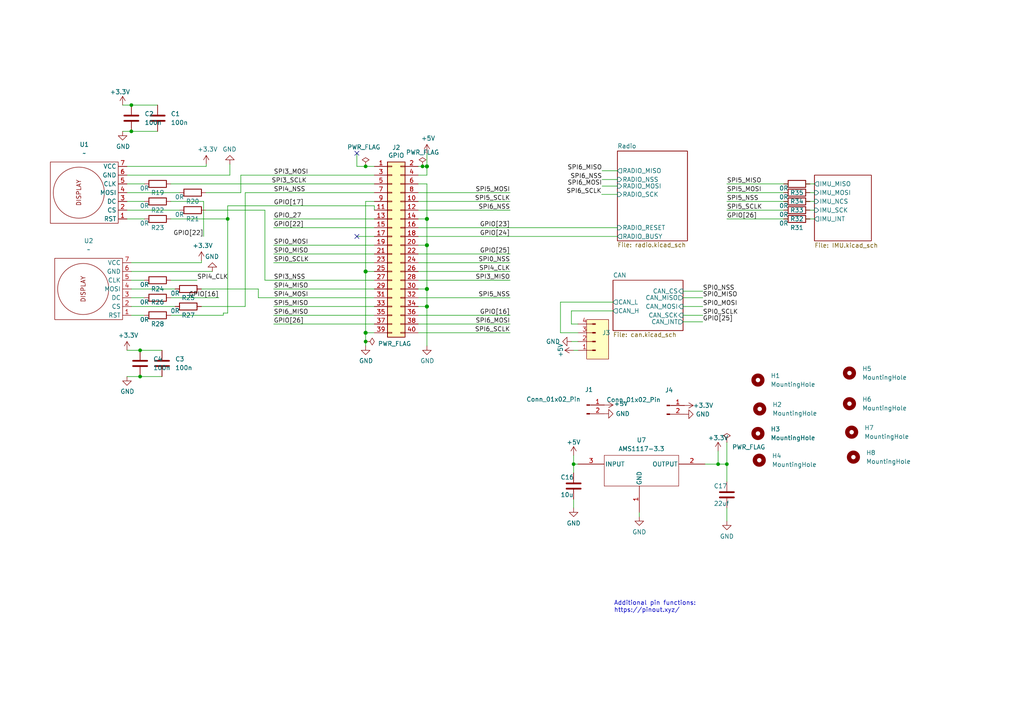
<source format=kicad_sch>
(kicad_sch (version 20250114) (generator "eeschema") (generator_version "9.0")
  (paper "A4")
  (title_block (title "Faceplate") (date "2024-02-04") (rev "V1.0") (company "The Bots"))
  (lib_symbols
    (symbol "Connector:Conn_01x02_Pin" (pin_names (offset 1.016) (hide yes))
      (property "Reference" "J" (at 0 2.54 0))
      (property "Value" "Conn_01x02_Pin" (at 0 -5.08 0))
      (symbol "Conn_01x02_Pin_1_1"
        (rectangle (start 0.8636 0.127) (end 0 -0.127) (stroke (width 0.1524)) (fill (type outline)))
        (rectangle (start 0.8636 -2.413) (end 0 -2.667) (stroke (width 0.1524)) (fill (type outline)))
        (polyline (pts (xy 1.27 0) (xy 0.8636 0)) (stroke (width 0.1524)))
        (polyline (pts (xy 1.27 -2.54) (xy 0.8636 -2.54)) (stroke (width 0.1524)))
        (pin passive line (at 5.08 0 180) (length 3.81) (name "Pin_1") (number "1"))
        (pin passive line (at 5.08 -2.54 180) (length 3.81) (name "Pin_2") (number "2"))
      )
    )
    (symbol "Device:C" (pin_numbers (hide yes)) (pin_names (offset 0.254))
      (property "Reference" "C" (at 0.635 2.54 0))
      (property "Value" "C" (at 0.635 -2.54 0))
      (symbol "C_0_1"
        (polyline (pts (xy -2.032 0.762) (xy 2.032 0.762)) (stroke (width 0.508)))
        (polyline (pts (xy -2.032 -0.762) (xy 2.032 -0.762)) (stroke (width 0.508)))
      )
      (symbol "C_1_1"
        (pin passive line (at 0 3.81 270) (length 2.794) (name "~") (number "1"))
        (pin passive line (at 0 -3.81 90) (length 2.794) (name "~") (number "2"))
      )
    )
    (symbol "Mechanical:MountingHole" (pin_names (offset 1.016))
      (property "Reference" "H" (at 0 5.08 0))
      (property "Value" "MountingHole" (at 0 3.175 0))
      (symbol "MountingHole_0_1"
        (circle (center 0 0) (radius 1.27) (stroke (width 1.27)))
      )
    )
    (symbol "bots:240_240_Round_Display"
      (property "Reference" "U" (at 0 0 0))
      (property "Value" "GC9A" (at 0 0 0))
      (symbol "240_240_Round_Display_0_1"
        (rectangle (start -8.89 -3.175) (end 8.89 -22.86))
        (circle (center 0 -11.43) (radius 7.4053))
      )
      (symbol "240_240_Round_Display_1_1"
        (text "DISPLAY\n" (at 0 -11.43 0) (effects (font (size 1.27 1.27))))
        (pin input line (at -7.62 -25.4 90) (length 2.54) (name "RST") (number "1"))
        (pin input line (at -5.08 -25.4 90) (length 2.54) (name "CS") (number "2"))
        (pin input line (at -2.54 -25.4 90) (length 2.54) (name "DC") (number "3"))
        (pin input line (at 0 -25.4 90) (length 2.54) (name "MOSI") (number "4"))
        (pin input line (at 2.54 -25.4 90) (length 2.54) (name "CLK") (number "5"))
        (pin power_in line (at 5.08 -25.4 90) (length 2.54) (name "GND") (number "6"))
        (pin power_in line (at 7.62 -25.4 90) (length 2.54) (name "VCC") (number "7"))
      )
    )
    (symbol "bots:AMS1117-3.3" (pin_names (offset 0.254))
      (property "Reference" "U" (at 0 7.62 0))
      (property "Value" "AMS1117-3.3" (at 0 5.08 0))
      (symbol "AMS1117-3.3_0_1"
        (polyline (pts (xy -10.16 2.54) (xy -10.16 -6.35)) (stroke (width 0.127)))
        (polyline (pts (xy -10.16 -6.35) (xy 11.43 -6.35)) (stroke (width 0.127)))
        (polyline (pts (xy 11.43 2.54) (xy -10.16 2.54)) (stroke (width 0.127)))
        (polyline (pts (xy 11.43 -6.35) (xy 11.43 2.54)) (stroke (width 0.127)))
        (pin input line (at -17.78 0 0) (length 7.62) (name "INPUT") (number "3"))
        (pin output line (at 19.05 0 180) (length 7.62) (name "OUTPUT") (number "2"))
      )
      (symbol "AMS1117-3.3_1_1"
        (pin bidirectional line (at 0 -13.97 90) (length 7.62) (name "GND") (number "1"))
      )
    )
    (symbol "bots:C_0.1u" (pin_numbers (hide yes)) (pin_names (offset 0.254))
      (property "Reference" "C" (at 0.635 2.54 0))
      (property "Value" "0.1u" (at 0.635 -2.54 0))
      (symbol "C_0.1u_0_1"
        (polyline (pts (xy -2.032 0.762) (xy 2.032 0.762)) (stroke (width 0.508)))
        (polyline (pts (xy -2.032 -0.762) (xy 2.032 -0.762)) (stroke (width 0.508)))
      )
      (symbol "C_0.1u_1_1"
        (pin passive line (at 0 3.81 270) (length 2.794) (name "~") (number "1"))
        (pin passive line (at 0 -3.81 90) (length 2.794) (name "~") (number "2"))
      )
    )
    (symbol "bots:C_10u" (pin_numbers (hide yes)) (pin_names (offset 0.254))
      (property "Reference" "C" (at 0.635 2.54 0))
      (property "Value" "10u" (at 0.635 -2.54 0))
      (symbol "C_10u_0_1"
        (polyline (pts (xy -2.032 0.762) (xy 2.032 0.762)) (stroke (width 0.508)))
        (polyline (pts (xy -2.032 -0.762) (xy 2.032 -0.762)) (stroke (width 0.508)))
      )
      (symbol "C_10u_1_1"
        (pin passive line (at 0 3.81 270) (length 2.794) (name "~") (number "1"))
        (pin passive line (at 0 -3.81 90) (length 2.794) (name "~") (number "2"))
      )
    )
    (symbol "bots:Conn_02x20_Odd_Even" (pin_names (offset 1.016) (hide yes))
      (property "Reference" "J" (at 1.27 25.4 0))
      (property "Value" "Conn_02x20_Odd_Even" (at 1.27 -27.94 0))
      (symbol "Conn_02x20_Odd_Even_1_1"
        (rectangle (start -1.27 24.13) (end 3.81 -26.67) (stroke (width 0.254)) (fill (type background)))
        (rectangle (start -1.27 22.987) (end 0 22.733) (stroke (width 0.1524)))
        (rectangle (start -1.27 20.447) (end 0 20.193) (stroke (width 0.1524)))
        (rectangle (start -1.27 17.907) (end 0 17.653) (stroke (width 0.1524)))
        (rectangle (start -1.27 15.367) (end 0 15.113) (stroke (width 0.1524)))
        (rectangle (start -1.27 12.827) (end 0 12.573) (stroke (width 0.1524)))
        (rectangle (start -1.27 10.287) (end 0 10.033) (stroke (width 0.1524)))
        (rectangle (start -1.27 7.747) (end 0 7.493) (stroke (width 0.1524)))
        (rectangle (start -1.27 5.207) (end 0 4.953) (stroke (width 0.1524)))
        (rectangle (start -1.27 2.667) (end 0 2.413) (stroke (width 0.1524)))
        (rectangle (start -1.27 0.127) (end 0 -0.127) (stroke (width 0.1524)))
        (rectangle (start -1.27 -2.413) (end 0 -2.667) (stroke (width 0.1524)))
        (rectangle (start -1.27 -4.953) (end 0 -5.207) (stroke (width 0.1524)))
        (rectangle (start -1.27 -7.493) (end 0 -7.747) (stroke (width 0.1524)))
        (rectangle (start -1.27 -10.033) (end 0 -10.287) (stroke (width 0.1524)))
        (rectangle (start -1.27 -12.573) (end 0 -12.827) (stroke (width 0.1524)))
        (rectangle (start -1.27 -15.113) (end 0 -15.367) (stroke (width 0.1524)))
        (rectangle (start -1.27 -17.653) (end 0 -17.907) (stroke (width 0.1524)))
        (rectangle (start -1.27 -20.193) (end 0 -20.447) (stroke (width 0.1524)))
        (rectangle (start -1.27 -22.733) (end 0 -22.987) (stroke (width 0.1524)))
        (rectangle (start -1.27 -25.273) (end 0 -25.527) (stroke (width 0.1524)))
        (rectangle (start 3.81 22.987) (end 2.54 22.733) (stroke (width 0.1524)))
        (rectangle (start 3.81 20.447) (end 2.54 20.193) (stroke (width 0.1524)))
        (rectangle (start 3.81 17.907) (end 2.54 17.653) (stroke (width 0.1524)))
        (rectangle (start 3.81 15.367) (end 2.54 15.113) (stroke (width 0.1524)))
        (rectangle (start 3.81 12.827) (end 2.54 12.573) (stroke (width 0.1524)))
        (rectangle (start 3.81 10.287) (end 2.54 10.033) (stroke (width 0.1524)))
        (rectangle (start 3.81 7.747) (end 2.54 7.493) (stroke (width 0.1524)))
        (rectangle (start 3.81 5.207) (end 2.54 4.953) (stroke (width 0.1524)))
        (rectangle (start 3.81 2.667) (end 2.54 2.413) (stroke (width 0.1524)))
        (rectangle (start 3.81 0.127) (end 2.54 -0.127) (stroke (width 0.1524)))
        (rectangle (start 3.81 -2.413) (end 2.54 -2.667) (stroke (width 0.1524)))
        (rectangle (start 3.81 -4.953) (end 2.54 -5.207) (stroke (width 0.1524)))
        (rectangle (start 3.81 -7.493) (end 2.54 -7.747) (stroke (width 0.1524)))
        (rectangle (start 3.81 -10.033) (end 2.54 -10.287) (stroke (width 0.1524)))
        (rectangle (start 3.81 -12.573) (end 2.54 -12.827) (stroke (width 0.1524)))
        (rectangle (start 3.81 -15.113) (end 2.54 -15.367) (stroke (width 0.1524)))
        (rectangle (start 3.81 -17.653) (end 2.54 -17.907) (stroke (width 0.1524)))
        (rectangle (start 3.81 -20.193) (end 2.54 -20.447) (stroke (width 0.1524)))
        (rectangle (start 3.81 -22.733) (end 2.54 -22.987) (stroke (width 0.1524)))
        (rectangle (start 3.81 -25.273) (end 2.54 -25.527) (stroke (width 0.1524)))
        (pin passive line (at -5.08 22.86 0) (length 3.81) (name "Pin_1") (number "1"))
        (pin passive line (at -5.08 20.32 0) (length 3.81) (name "Pin_3") (number "3"))
        (pin passive line (at -5.08 17.78 0) (length 3.81) (name "Pin_5") (number "5"))
        (pin passive line (at -5.08 15.24 0) (length 3.81) (name "Pin_7") (number "7"))
        (pin passive line (at -5.08 12.7 0) (length 3.81) (name "Pin_9") (number "9"))
        (pin passive line (at -5.08 10.16 0) (length 3.81) (name "Pin_11") (number "11"))
        (pin passive line (at -5.08 7.62 0) (length 3.81) (name "Pin_13") (number "13"))
        (pin passive line (at -5.08 5.08 0) (length 3.81) (name "Pin_15") (number "15"))
        (pin passive line (at -5.08 2.54 0) (length 3.81) (name "Pin_17") (number "17"))
        (pin passive line (at -5.08 0 0) (length 3.81) (name "Pin_19") (number "19"))
        (pin passive line (at -5.08 -2.54 0) (length 3.81) (name "Pin_21") (number "21"))
        (pin passive line (at -5.08 -5.08 0) (length 3.81) (name "Pin_23") (number "23"))
        (pin passive line (at -5.08 -7.62 0) (length 3.81) (name "Pin_25") (number "25"))
        (pin passive line (at -5.08 -10.16 0) (length 3.81) (name "Pin_27") (number "27"))
        (pin passive line (at -5.08 -12.7 0) (length 3.81) (name "Pin_29") (number "29"))
        (pin passive line (at -5.08 -15.24 0) (length 3.81) (name "Pin_31") (number "31"))
        (pin passive line (at -5.08 -17.78 0) (length 3.81) (name "Pin_33") (number "33"))
        (pin passive line (at -5.08 -20.32 0) (length 3.81) (name "Pin_35") (number "35"))
        (pin passive line (at -5.08 -22.86 0) (length 3.81) (name "Pin_37") (number "37"))
        (pin passive line (at -5.08 -25.4 0) (length 3.81) (name "Pin_39") (number "39"))
        (pin passive line (at 7.62 22.86 180) (length 3.81) (name "Pin_2") (number "2"))
        (pin passive line (at 7.62 20.32 180) (length 3.81) (name "Pin_4") (number "4"))
        (pin passive line (at 7.62 17.78 180) (length 3.81) (name "Pin_6") (number "6"))
        (pin passive line (at 7.62 15.24 180) (length 3.81) (name "Pin_8") (number "8"))
        (pin passive line (at 7.62 12.7 180) (length 3.81) (name "Pin_10") (number "10"))
        (pin passive line (at 7.62 10.16 180) (length 3.81) (name "Pin_12") (number "12"))
        (pin passive line (at 7.62 7.62 180) (length 3.81) (name "Pin_14") (number "14"))
        (pin passive line (at 7.62 5.08 180) (length 3.81) (name "Pin_16") (number "16"))
        (pin passive line (at 7.62 2.54 180) (length 3.81) (name "Pin_18") (number "18"))
        (pin passive line (at 7.62 0 180) (length 3.81) (name "Pin_20") (number "20"))
        (pin passive line (at 7.62 -2.54 180) (length 3.81) (name "Pin_22") (number "22"))
        (pin passive line (at 7.62 -5.08 180) (length 3.81) (name "Pin_24") (number "24"))
        (pin passive line (at 7.62 -7.62 180) (length 3.81) (name "Pin_26") (number "26"))
        (pin passive line (at 7.62 -10.16 180) (length 3.81) (name "Pin_28") (number "28"))
        (pin passive line (at 7.62 -12.7 180) (length 3.81) (name "Pin_30") (number "30"))
        (pin passive line (at 7.62 -15.24 180) (length 3.81) (name "Pin_32") (number "32"))
        (pin passive line (at 7.62 -17.78 180) (length 3.81) (name "Pin_34") (number "34"))
        (pin passive line (at 7.62 -20.32 180) (length 3.81) (name "Pin_36") (number "36"))
        (pin passive line (at 7.62 -22.86 180) (length 3.81) (name "Pin_38") (number "38"))
        (pin passive line (at 7.62 -25.4 180) (length 3.81) (name "Pin_40") (number "40"))
      )
    )
    (symbol "bots:JST_XH_A_1x4" (pin_names (offset 1.016) (hide yes))
      (property "Reference" "J" (at 0 5.08 0))
      (property "Value" "JST_XH_A_1x4" (at 0 -7.62 0))
      (symbol "JST_XH_A_1x4_1_1"
        (rectangle (start -3.81 5.08) (end 2.54 -6.35) (fill (type background)))
        (rectangle (start 0.8636 2.667) (end 0 2.413) (stroke (width 0.1524)) (fill (type outline)))
        (rectangle (start 0.8636 0.127) (end 0 -0.127) (stroke (width 0.1524)) (fill (type outline)))
        (rectangle (start 0.8636 -2.413) (end 0 -2.667) (stroke (width 0.1524)) (fill (type outline)))
        (rectangle (start 0.8636 -4.953) (end 0 -5.207) (stroke (width 0.1524)) (fill (type outline)))
        (polyline (pts (xy 1.27 2.54) (xy 0.8636 2.54)) (stroke (width 0.1524)))
        (polyline (pts (xy 1.27 0) (xy 0.8636 0)) (stroke (width 0.1524)))
        (polyline (pts (xy 1.27 -2.54) (xy 0.8636 -2.54)) (stroke (width 0.1524)))
        (polyline (pts (xy 1.27 -5.08) (xy 0.8636 -5.08)) (stroke (width 0.1524)))
        (pin passive line (at 5.08 2.54 180) (length 3.81) (name "Pin_1") (number "1"))
        (pin passive line (at 5.08 0 180) (length 3.81) (name "Pin_2") (number "2"))
        (pin passive line (at 5.08 -2.54 180) (length 3.81) (name "Pin_3") (number "3"))
        (pin passive line (at 5.08 -5.08 180) (length 3.81) (name "Pin_4") (number "4"))
      )
    )
    (symbol "bots:R_0R" (pin_numbers (hide yes)) (pin_names (offset 0))
      (property "Reference" "R" (at 2.032 0 90))
      (property "Value" "0R" (at 0 0 90))
      (symbol "R_0R_0_1"
        (rectangle (start -1.016 -2.54) (end 1.016 2.54) (stroke (width 0.254)))
      )
      (symbol "R_0R_1_1"
        (pin passive line (at 0 3.81 270) (length 1.27) (name "~") (number "1"))
        (pin passive line (at 0 -3.81 90) (length 1.27) (name "~") (number "2"))
      )
    )
    (symbol "power:+3.3V" (power) (pin_names (offset 0))
      (property "Value" "+3.3V" (at 0 3.556 0))
      (symbol "+3.3V_0_1"
        (polyline (pts (xy -0.762 1.27) (xy 0 2.54)))
        (polyline (pts (xy 0 2.54) (xy 0.762 1.27)))
        (polyline (pts (xy 0 0) (xy 0 2.54)))
      )
      (symbol "+3.3V_1_1"
        (pin power_in line (at 0 0 90) (length 0) (hide yes) (name "+3.3V") (number "1"))
      )
    )
    (symbol "power:+5V" (power) (pin_names (offset 0))
      (property "Value" "+5V" (at 0 3.556 0))
      (symbol "+5V_0_1"
        (polyline (pts (xy -0.762 1.27) (xy 0 2.54)))
        (polyline (pts (xy 0 2.54) (xy 0.762 1.27)))
        (polyline (pts (xy 0 0) (xy 0 2.54)))
      )
      (symbol "+5V_1_1"
        (pin power_in line (at 0 0 90) (length 0) (hide yes) (name "+5V") (number "1"))
      )
    )
    (symbol "power:GND" (power) (pin_names (offset 0))
      (property "Value" "GND" (at 0 -3.81 0))
      (symbol "GND_0_1"
        (polyline (pts (xy 0 0) (xy 0 -1.27) (xy 1.27 -1.27) (xy 0 -2.54) (xy -1.27 -1.27) (xy 0 -1.27)))
      )
      (symbol "GND_1_1"
        (pin power_in line (at 0 0 270) (length 0) (hide yes) (name "GND") (number "1"))
      )
    )
    (symbol "power:PWR_FLAG" (power) (pin_numbers (hide yes)) (pin_names (offset 0) (hide yes))
      (property "Value" "PWR_FLAG" (at 0 3.81 0))
      (symbol "PWR_FLAG_0_0"
        (pin power_out line (at 0 0 90) (length 0) (name "pwr") (number "1"))
      )
      (symbol "PWR_FLAG_0_1"
        (polyline (pts (xy 0 0) (xy 0 1.27) (xy -1.016 1.905) (xy 0 2.54) (xy 1.016 1.905) (xy 0 1.27)))
      )
    )
  )
  (text "Additional pin functions:\nhttps://pinout.xyz/" (at 178.054 177.8 0) (effects (font (size 1.27 1.27)) (justify left bottom)))
  (junction (at 106.045 48.26))
  (junction (at 123.825 48.26) (diameter 1.016))
  (junction (at 123.825 63.5) (diameter 1.016))
  (junction (at 106.045 99.06))
  (junction (at 40.64 101.6))
  (junction (at 106.045 96.52) (diameter 1.016))
  (junction (at 106.045 78.74) (diameter 1.016))
  (junction (at 210.82 134.62))
  (junction (at 208.28 134.62))
  (junction (at 123.825 88.9) (diameter 1.016))
  (junction (at 122.555 48.26))
  (junction (at 40.64 109.22))
  (junction (at 123.825 83.82) (diameter 1.016))
  (junction (at 123.825 71.12) (diameter 1.016))
  (junction (at 166.37 134.62))
  (junction (at 38.1 38.1))
  (junction (at 38.1 30.48))
  (junction (at 66.04 63.5))
  (no_connect (at 103.505 44.45))
  (no_connect (at 103.505 68.58))
  (wire (pts (xy 106.045 78.74) (xy 106.045 96.52)))
  (wire (pts (xy 121.285 78.74) (xy 147.955 78.74)))
  (wire (pts (xy 36.83 50.8) (xy 66.675 50.8)))
  (wire (pts (xy 166.37 134.62) (xy 167.64 134.62)))
  (wire (pts (xy 210.82 134.62) (xy 210.82 139.7)))
  (wire (pts (xy 123.825 53.34) (xy 123.825 63.5)))
  (wire (pts (xy 123.825 71.12) (xy 121.285 71.12)))
  (wire (pts (xy 36.83 101.6) (xy 40.64 101.6)))
  (wire (pts (xy 59.69 60.96) (xy 76.835 60.96)))
  (wire (pts (xy 66.04 63.5) (xy 66.04 90.805)))
  (wire (pts (xy 123.825 83.82) (xy 123.825 88.9)))
  (wire (pts (xy 49.53 81.28) (xy 57.15 81.28)))
  (wire (pts (xy 210.82 151.13) (xy 210.82 147.32)))
  (wire (pts (xy 79.375 83.82) (xy 108.585 83.82)))
  (wire (pts (xy 36.83 53.34) (xy 41.91 53.34)))
  (wire (pts (xy 166.37 101.6) (xy 167.64 101.6)))
  (wire (pts (xy 203.835 88.9) (xy 198.12 88.9)))
  (wire (pts (xy 123.825 71.12) (xy 123.825 83.82)))
  (wire (pts (xy 121.285 55.88) (xy 147.955 55.88)))
  (wire (pts (xy 66.04 59.69) (xy 108.585 59.69)))
  (wire (pts (xy 106.045 58.42) (xy 106.045 78.74)))
  (wire (pts (xy 165.735 90.17) (xy 165.735 93.98)))
  (wire (pts (xy 76.835 81.28) (xy 108.585 81.28)))
  (wire (pts (xy 162.56 96.52) (xy 167.64 96.52)))
  (wire (pts (xy 203.835 84.455) (xy 198.12 84.455)))
  (wire (pts (xy 203.835 91.44) (xy 198.12 91.44)))
  (wire (pts (xy 106.045 58.42) (xy 108.585 58.42)))
  (wire (pts (xy 35.56 38.1) (xy 38.1 38.1)))
  (wire (pts (xy 121.285 76.2) (xy 147.955 76.2)))
  (wire (pts (xy 233.68 63.5) (xy 236.22 63.5)))
  (wire (pts (xy 49.53 63.5) (xy 66.04 63.5)))
  (wire (pts (xy 38.1 78.74) (xy 61.595 78.74)))
  (wire (pts (xy 58.42 88.9) (xy 71.12 88.9)))
  (wire (pts (xy 198.12 93.345) (xy 203.835 93.345)))
  (wire (pts (xy 204.47 134.62) (xy 208.28 134.62)))
  (wire (pts (xy 210.82 63.5) (xy 228.6 63.5)))
  (wire (pts (xy 106.045 78.74) (xy 108.585 78.74)))
  (wire (pts (xy 106.045 48.26) (xy 108.585 48.26)))
  (wire (pts (xy 174.498 56.388) (xy 179.07 56.388)))
  (wire (pts (xy 121.285 66.04) (xy 179.07 66.04)))
  (wire (pts (xy 166.37 134.62) (xy 166.37 137.16)))
  (wire (pts (xy 40.64 109.22) (xy 46.99 109.22)))
  (wire (pts (xy 66.04 59.69) (xy 66.04 63.5)))
  (wire (pts (xy 71.12 55.88) (xy 71.12 88.9)))
  (wire (pts (xy 121.285 96.52) (xy 147.955 96.52)))
  (wire (pts (xy 106.045 96.52) (xy 106.045 99.06)))
  (wire (pts (xy 79.375 63.5) (xy 108.585 63.5)))
  (wire (pts (xy 174.625 49.53) (xy 179.07 49.53)))
  (wire (pts (xy 103.505 44.45) (xy 103.505 48.26)))
  (wire (pts (xy 36.83 58.42) (xy 41.91 58.42)))
  (wire (pts (xy 40.64 101.6) (xy 46.99 101.6)))
  (wire (pts (xy 35.56 30.48) (xy 38.1 30.48)))
  (wire (pts (xy 123.825 88.9) (xy 121.285 88.9)))
  (wire (pts (xy 210.82 58.42) (xy 228.6 58.42)))
  (wire (pts (xy 74.93 86.36) (xy 74.93 83.82)))
  (wire (pts (xy 233.68 55.88) (xy 236.22 55.88)))
  (wire (pts (xy 79.375 76.2) (xy 108.585 76.2)))
  (wire (pts (xy 233.68 58.42) (xy 236.22 58.42)))
  (wire (pts (xy 103.505 68.58) (xy 108.585 68.58)))
  (wire (pts (xy 59.69 55.88) (xy 69.85 55.88)))
  (wire (pts (xy 71.12 55.88) (xy 108.585 55.88)))
  (wire (pts (xy 123.825 48.26) (xy 123.825 50.8)))
  (wire (pts (xy 123.825 63.5) (xy 123.825 71.12)))
  (wire (pts (xy 66.675 47.625) (xy 66.675 50.8)))
  (wire (pts (xy 121.285 60.96) (xy 147.955 60.96)))
  (wire (pts (xy 123.825 63.5) (xy 121.285 63.5)))
  (wire (pts (xy 174.625 52.07) (xy 179.07 52.07)))
  (wire (pts (xy 208.28 130.81) (xy 208.28 134.62)))
  (wire (pts (xy 36.83 60.96) (xy 52.07 60.96)))
  (wire (pts (xy 38.1 88.9) (xy 50.8 88.9)))
  (wire (pts (xy 38.1 91.44) (xy 41.91 91.44)))
  (wire (pts (xy 123.825 44.45) (xy 123.825 48.26)))
  (wire (pts (xy 210.82 60.96) (xy 228.6 60.96)))
  (wire (pts (xy 123.825 48.26) (xy 122.555 48.26)))
  (wire (pts (xy 38.1 83.82) (xy 50.8 83.82)))
  (wire (pts (xy 36.83 63.5) (xy 41.91 63.5)))
  (wire (pts (xy 121.285 68.58) (xy 179.07 68.58)))
  (wire (pts (xy 166.37 132.08) (xy 166.37 134.62)))
  (wire (pts (xy 121.285 58.42) (xy 147.955 58.42)))
  (wire (pts (xy 59.055 68.58) (xy 59.055 58.42)))
  (wire (pts (xy 79.375 66.04) (xy 108.585 66.04)))
  (wire (pts (xy 79.375 73.66) (xy 108.585 73.66)))
  (wire (pts (xy 69.85 50.8) (xy 108.585 50.8)))
  (wire (pts (xy 185.42 148.59) (xy 185.42 149.86)))
  (wire (pts (xy 210.82 53.34) (xy 228.6 53.34)))
  (wire (pts (xy 106.045 99.06) (xy 106.045 100.33)))
  (wire (pts (xy 69.85 55.88) (xy 69.85 50.8)))
  (wire (pts (xy 74.93 86.36) (xy 108.585 86.36)))
  (wire (pts (xy 38.1 76.2) (xy 58.42 76.2)))
  (wire (pts (xy 123.825 50.8) (xy 121.285 50.8)))
  (wire (pts (xy 233.68 53.34) (xy 236.22 53.34)))
  (wire (pts (xy 64.77 90.805) (xy 64.77 91.44)))
  (wire (pts (xy 166.37 147.32) (xy 166.37 144.78)))
  (wire (pts (xy 162.56 87.63) (xy 177.8 87.63)))
  (wire (pts (xy 36.83 109.22) (xy 40.64 109.22)))
  (wire (pts (xy 79.375 91.44) (xy 108.585 91.44)))
  (wire (pts (xy 38.1 86.36) (xy 41.91 86.36)))
  (wire (pts (xy 121.285 91.44) (xy 147.955 91.44)))
  (wire (pts (xy 64.77 91.44) (xy 49.53 91.44)))
  (wire (pts (xy 122.555 48.26) (xy 121.285 48.26)))
  (wire (pts (xy 64.77 90.805) (xy 66.04 90.805)))
  (wire (pts (xy 121.285 86.36) (xy 147.955 86.36)))
  (wire (pts (xy 106.045 96.52) (xy 108.585 96.52)))
  (wire (pts (xy 49.53 53.34) (xy 108.585 53.34)))
  (wire (pts (xy 108.585 59.69) (xy 108.585 60.96)))
  (wire (pts (xy 121.285 93.98) (xy 147.955 93.98)))
  (wire (pts (xy 38.1 30.48) (xy 45.72 30.48)))
  (wire (pts (xy 38.1 38.1) (xy 45.72 38.1)))
  (wire (pts (xy 165.735 93.98) (xy 167.64 93.98)))
  (wire (pts (xy 210.82 55.88) (xy 228.6 55.88)))
  (wire (pts (xy 123.825 53.34) (xy 121.285 53.34)))
  (wire (pts (xy 79.375 93.98) (xy 108.585 93.98)))
  (wire (pts (xy 38.1 81.28) (xy 41.91 81.28)))
  (wire (pts (xy 208.28 134.62) (xy 210.82 134.62)))
  (wire (pts (xy 58.42 76.2) (xy 58.42 75.565)))
  (wire (pts (xy 174.625 53.975) (xy 179.07 53.975)))
  (wire (pts (xy 165.735 90.17) (xy 177.8 90.17)))
  (wire (pts (xy 123.825 88.9) (xy 123.825 100.33)))
  (wire (pts (xy 121.285 73.66) (xy 147.955 73.66)))
  (wire (pts (xy 108.585 88.9) (xy 79.375 88.9)))
  (wire (pts (xy 59.817 47.625) (xy 59.817 48.26)))
  (wire (pts (xy 123.825 83.82) (xy 121.285 83.82)))
  (wire (pts (xy 233.68 60.96) (xy 236.22 60.96)))
  (wire (pts (xy 76.835 81.28) (xy 76.835 60.96)))
  (wire (pts (xy 103.505 48.26) (xy 106.045 48.26)))
  (wire (pts (xy 210.82 128.27) (xy 210.82 134.62)))
  (wire (pts (xy 58.42 83.82) (xy 74.93 83.82)))
  (wire (pts (xy 162.56 96.52) (xy 162.56 87.63)))
  (wire (pts (xy 165.735 99.06) (xy 167.64 99.06)))
  (wire (pts (xy 49.53 86.36) (xy 63.5 86.36)))
  (wire (pts (xy 36.83 55.88) (xy 52.07 55.88)))
  (wire (pts (xy 108.585 71.12) (xy 79.375 71.12)))
  (wire (pts (xy 121.285 81.28) (xy 147.955 81.28)))
  (wire (pts (xy 49.53 58.42) (xy 59.055 58.42)))
  (wire (pts (xy 203.835 86.36) (xy 198.12 86.36)))
  (wire (pts (xy 36.83 48.26) (xy 59.817 48.26)))
  (label "SPI3_NSS" (at 79.375 81.28 0))
  (label "SPI4_MOSI" (at 79.375 86.36 0))
  (label "SPI0_NSS" (at 203.835 84.455 0))
  (label "GPIO[25]" (at 203.835 93.345 0))
  (label "SPI5_NSS" (at 210.82 58.42 0))
  (label "SPI6_MISO" (at 174.625 49.53 180))
  (label "GPIO[16]" (at 63.5 86.36 180))
  (label "SPI3_MISO" (at 147.955 81.28 180))
  (label "SPI4_MISO" (at 79.375 83.82 0))
  (label "SPI6_SCLK" (at 174.498 56.388 180))
  (label "SPI6_SCLK" (at 147.955 96.52 180))
  (label "SPI6_MISO" (at 79.375 91.44 0))
  (label "SPI0_MOSI" (at 79.375 71.12 0))
  (label "SPI0_MISO" (at 79.375 73.66 0))
  (label "SPI6_MOSI" (at 174.625 53.975 180))
  (label "GPIO[23]" (at 147.955 66.04 180))
  (label "SPI4_NSS" (at 79.375 55.88 0))
  (label "SPI6_NSS" (at 174.625 52.07 180))
  (label "GPIO_27" (at 79.375 63.5 0))
  (label "GPIO[26]" (at 79.375 93.98 0))
  (label "SPI5_MOSI" (at 147.955 55.88 180))
  (label "SPI0_NSS" (at 147.955 76.2 180))
  (label "SPI5_SCLK" (at 147.955 58.42 180))
  (label "GPIO[16]" (at 147.955 91.44 180))
  (label "SPI0_MISO" (at 203.835 86.36 0))
  (label "SPI5_SCLK" (at 210.82 60.96 0))
  (label "GPIO[22]" (at 79.375 66.04 0))
  (label "GPIO[22]" (at 59.055 68.58 180))
  (label "SPI3_MOSI" (at 79.375 50.8 0))
  (label "GPIO[17]" (at 79.375 59.69 0))
  (label "GPIO[25]" (at 147.955 73.66 180))
  (label "SPI3_SCLK" (at 78.74 53.34 0))
  (label "SPI6_NSS" (at 147.955 60.96 180))
  (label "SPI0_MOSI" (at 203.835 88.9 0))
  (label "SPI5_NSS" (at 147.955 86.36 180))
  (label "SPI5_MISO" (at 79.375 88.9 0))
  (label "SPI6_MOSI" (at 147.955 93.98 180))
  (label "GPIO[24]" (at 147.955 68.58 180))
  (label "SPI4_CLK" (at 147.955 78.74 180))
  (label "SPI5_MISO" (at 210.82 53.34 0))
  (label "SPI5_MOSI" (at 210.82 55.88 0))
  (label "SPI4_CLK" (at 57.15 81.28 0))
  (label "SPI0_SCLK" (at 203.835 91.44 0))
  (label "SPI0_SCLK" (at 79.375 76.2 0))
  (label "GPIO[26]" (at 210.82 63.5 0))
  (symbol (lib_id "power:+5V") (at 123.825 44.45 0) (unit 1)
    (property "Reference" "#PWR04" (effects (hide yes)))
    (property "Value" "+5V" (at 124.1933 40.1256 0))
  )
  (symbol (lib_id "power:GND") (at 123.825 100.33 0) (unit 1)
    (property "Reference" "#PWR010" (effects (hide yes)))
    (property "Value" "GND" (at 123.9393 104.6544 0))
  )
  (symbol (lib_id "power:GND") (at 106.045 100.33 0) (unit 1)
    (property "Reference" "#PWR09" (effects (hide yes)))
    (property "Value" "GND" (at 106.1593 104.6544 0))
  )
  (symbol (lib_id "bots:Conn_02x20_Odd_Even") (at 113.665 71.12 0) (unit 1)
    (property "Reference" "J2" (at 114.935 42.7798 0))
    (property "Value" "GPIO" (at 114.935 45.085 0))
    (property "Footprint" "bots:PinSocket_2x20_P2.54mm_Horizontal" (effects (hide yes)))
    (property "Description" "Generic connector, double row, 02x20, odd/even pin numbering scheme (row 1 odd numbers, row 2 even numbers), script generated (kicad-library-utils/schlib/autogen/connector/)" (effects (hide yes)))
  )
  (symbol (lib_id "power:PWR_FLAG") (at 106.045 48.26 0) (unit 1)
    (property "Reference" "#FLG01" (effects (hide yes)))
    (property "Value" "PWR_FLAG" (at 105.537 42.672 0))
  )
  (symbol (lib_id "power:GND") (at 61.595 78.74 180) (unit 1)
    (property "Reference" "#PWR08" (effects (hide yes)))
    (property "Value" "GND" (at 61.4807 74.4156 0))
  )
  (symbol (lib_id "Mechanical:MountingHole") (at 246.38 108.204 0) (unit 1)
    (property "Reference" "H5" (at 250.063 106.934 0) (effects (justify left)))
    (property "Value" "MountingHole" (at 250.063 109.474 0) (effects (justify left)))
    (property "Footprint" "MountingHole:MountingHole_2.7mm_M2.5" (effects (hide yes)))
  )
  (symbol (lib_id "Mechanical:MountingHole") (at 219.837 125.73 0) (unit 1)
    (property "Reference" "H3" (at 223.52 124.46 0) (effects (justify left)))
    (property "Value" "MountingHole" (at 223.52 127 0) (effects (justify left)))
    (property "Footprint" "MountingHole:MountingHole_2.7mm_M2.5" (effects (hide yes)))
  )
  (symbol (lib_id "bots:R_0R") (at 54.61 88.9 90) (unit 1)
    (property "Reference" "R27" (at 54.61 91.44 90))
    (property "Value" "0R" (at 50.8 90.17 90))
    (property "Footprint" "bots:R_0603_1608Metric" (effects (hide yes)))
    (property "Description" "Resistor" (effects (hide yes)))
    (property "LCSC" "C21189" (effects (hide yes)))
    (property "MPN" "0603WAF0000T5E" (effects (hide yes)))
    (property "Manufacturer" "UNI-ROYAL(Uniroyal Elec)" (effects (hide yes)))
    (property "Price" "0.001" (effects (hide yes)))
    (property "JLC" "0603" (effects (hide yes)))
    (property "JLC Extended" "no" (effects (hide yes)))
  )
  (symbol (lib_id "power:+3.3V") (at 198.501 117.602 270) (unit 1)
    (property "Reference" "#PWR018" (effects (hide yes)))
    (property "Value" "+3.3V" (at 203.962 117.602 90))
  )
  (symbol (lib_id "power:GND") (at 185.42 149.86 0) (unit 1)
    (property "Reference" "#PWR045" (effects (hide yes)))
    (property "Value" "GND" (at 185.42 154.305 0))
  )
  (symbol (lib_id "Mechanical:MountingHole") (at 219.837 110.236 0) (unit 1)
    (property "Reference" "H1" (at 223.52 108.966 0) (effects (justify left)))
    (property "Value" "MountingHole" (at 223.52 111.506 0) (effects (justify left)))
    (property "Footprint" "MountingHole:MountingHole_2.7mm_M2.5" (effects (hide yes)))
  )
  (symbol (lib_id "power:+3.3V") (at 59.817 47.625 0) (unit 1)
    (property "Reference" "#PWR05" (effects (hide yes)))
    (property "Value" "+3.3V" (at 60.1853 43.3006 0))
  )
  (symbol (lib_id "bots:C_0.1u") (at 46.99 105.41 0) (unit 1)
    (property "Reference" "C3" (at 50.8 104.14 0) (effects (justify left)))
    (property "Value" "100n" (at 50.8 106.68 0) (effects (justify left)))
    (property "Footprint" "bots:C_0402_1005Metric" (effects (hide yes)))
    (property "LCSC" "C307331" (effects (hide yes)))
  )
  (symbol (lib_id "bots:R_0R") (at 55.88 55.88 90) (unit 1)
    (property "Reference" "R20" (at 55.88 58.42 90))
    (property "Value" "0R" (at 52.07 57.15 90))
    (property "Footprint" "bots:R_0603_1608Metric" (effects (hide yes)))
    (property "Description" "Resistor" (effects (hide yes)))
    (property "LCSC" "C21189" (effects (hide yes)))
    (property "MPN" "0603WAF0000T5E" (effects (hide yes)))
    (property "Manufacturer" "UNI-ROYAL(Uniroyal Elec)" (effects (hide yes)))
    (property "Price" "0.001" (effects (hide yes)))
    (property "JLC" "0603" (effects (hide yes)))
    (property "JLC Extended" "no" (effects (hide yes)))
  )
  (symbol (lib_id "power:GND") (at 166.37 147.32 0) (unit 1)
    (property "Reference" "#PWR020" (effects (hide yes)))
    (property "Value" "GND" (at 166.37 151.765 0))
  )
  (symbol (lib_id "power:+5V") (at 166.37 132.08 0) (unit 1)
    (property "Reference" "#PWR043" (effects (hide yes)))
    (property "Value" "+5V" (at 166.37 128.27 0))
  )
  (symbol (lib_id "bots:JST_XH_A_1x4") (at 172.72 99.06 180) (unit 1)
    (property "Reference" "J3" (at 174.625 96.52 0) (effects (justify right)))
    (property "Value" "Conn_01x04_Pin" (effects (hide yes)))
    (property "Footprint" "Connector_JST:JST_XH_B4B-XH-AM_1x04_P2.50mm_Vertical" (effects (hide yes)))
    (property "Description" "Generic connector, single row, 01x04, script generated" (effects (hide yes)))
  )
  (symbol (lib_id "bots:R_0R") (at 45.72 86.36 90) (unit 1)
    (property "Reference" "R26" (at 45.72 87.63 90))
    (property "Value" "0R" (at 41.91 87.63 90))
    (property "Footprint" "bots:R_0603_1608Metric" (effects (hide yes)))
    (property "Description" "Resistor" (effects (hide yes)))
    (property "LCSC" "C21189" (effects (hide yes)))
    (property "MPN" "0603WAF0000T5E" (effects (hide yes)))
    (property "Manufacturer" "UNI-ROYAL(Uniroyal Elec)" (effects (hide yes)))
    (property "Price" "0.001" (effects (hide yes)))
    (property "JLC" "0603" (effects (hide yes)))
    (property "JLC Extended" "no" (effects (hide yes)))
  )
  (symbol (lib_id "bots:240_240_Round_Display") (at 12.7 83.82 90) (unit 1)
    (property "Reference" "U2" (at 25.7175 69.85 90))
    (property "Value" "~" (at 25.7175 72.39 90))
    (property "Footprint" "bots:GC9A_Display" (effects (hide yes)))
    (property "LCSC" "C718238" (effects (hide yes)))
  )
  (symbol (lib_id "bots:C_0.1u") (at 40.64 105.41 0) (unit 1)
    (property "Reference" "C4" (at 44.45 104.14 0) (effects (justify left)))
    (property "Value" "100n" (at 44.45 106.68 0) (effects (justify left)))
    (property "Footprint" "bots:C_0402_1005Metric" (effects (hide yes)))
    (property "LCSC" "C307331" (effects (hide yes)))
  )
  (symbol (lib_id "bots:R_0R") (at 231.14 58.42 90) (unit 1)
    (property "Reference" "R33" (at 231.14 60.96 90))
    (property "Value" "0R" (at 227.33 59.69 90))
    (property "Footprint" "bots:R_0603_1608Metric" (effects (hide yes)))
    (property "Description" "Resistor" (effects (hide yes)))
    (property "LCSC" "C21189" (effects (hide yes)))
    (property "MPN" "0603WAF0000T5E" (effects (hide yes)))
    (property "Manufacturer" "UNI-ROYAL(Uniroyal Elec)" (effects (hide yes)))
    (property "Price" "0.001" (effects (hide yes)))
    (property "JLC" "0603" (effects (hide yes)))
    (property "JLC Extended" "no" (effects (hide yes)))
  )
  (symbol (lib_id "bots:R_0R") (at 231.14 55.88 90) (unit 1)
    (property "Reference" "R34" (at 231.14 58.42 90))
    (property "Value" "0R" (at 227.33 57.15 90))
    (property "Footprint" "bots:R_0603_1608Metric" (effects (hide yes)))
    (property "Description" "Resistor" (effects (hide yes)))
    (property "LCSC" "C21189" (effects (hide yes)))
    (property "MPN" "0603WAF0000T5E" (effects (hide yes)))
    (property "Manufacturer" "UNI-ROYAL(Uniroyal Elec)" (effects (hide yes)))
    (property "Price" "0.001" (effects (hide yes)))
    (property "JLC" "0603" (effects (hide yes)))
    (property "JLC Extended" "no" (effects (hide yes)))
  )
  (symbol (lib_id "power:GND") (at 175.26 120.015 90) (unit 1)
    (property "Reference" "#PWR013" (effects (hide yes)))
    (property "Value" "GND" (at 178.562 120.015 90) (effects (justify right)))
  )
  (symbol (lib_id "bots:R_0R") (at 45.72 91.44 90) (unit 1)
    (property "Reference" "R28" (at 45.72 93.98 90))
    (property "Value" "0R" (at 41.91 92.71 90))
    (property "Footprint" "bots:R_0603_1608Metric" (effects (hide yes)))
    (property "Description" "Resistor" (effects (hide yes)))
    (property "LCSC" "C21189" (effects (hide yes)))
    (property "MPN" "0603WAF0000T5E" (effects (hide yes)))
    (property "Manufacturer" "UNI-ROYAL(Uniroyal Elec)" (effects (hide yes)))
    (property "Price" "0.001" (effects (hide yes)))
    (property "JLC" "0603" (effects (hide yes)))
    (property "JLC Extended" "no" (effects (hide yes)))
  )
  (symbol (lib_id "power:GND") (at 36.83 109.22 0) (unit 1)
    (property "Reference" "#PWR012" (effects (hide yes)))
    (property "Value" "GND" (at 36.9443 113.5444 0))
  )
  (symbol (lib_id "bots:R_0R") (at 55.88 60.96 90) (unit 1)
    (property "Reference" "R21" (at 55.88 63.5 90))
    (property "Value" "0R" (at 52.07 62.23 90))
    (property "Footprint" "bots:R_0603_1608Metric" (effects (hide yes)))
    (property "Description" "Resistor" (effects (hide yes)))
    (property "LCSC" "C21189" (effects (hide yes)))
    (property "MPN" "0603WAF0000T5E" (effects (hide yes)))
    (property "Manufacturer" "UNI-ROYAL(Uniroyal Elec)" (effects (hide yes)))
    (property "Price" "0.001" (effects (hide yes)))
    (property "JLC" "0603" (effects (hide yes)))
    (property "JLC Extended" "no" (effects (hide yes)))
  )
  (symbol (lib_id "bots:R_0R") (at 231.14 63.5 90) (unit 1)
    (property "Reference" "R31" (at 231.14 66.04 90))
    (property "Value" "0R" (at 227.33 64.77 90))
    (property "Footprint" "bots:R_0603_1608Metric" (effects (hide yes)))
    (property "Description" "Resistor" (effects (hide yes)))
    (property "LCSC" "C21189" (effects (hide yes)))
    (property "MPN" "0603WAF0000T5E" (effects (hide yes)))
    (property "Manufacturer" "UNI-ROYAL(Uniroyal Elec)" (effects (hide yes)))
    (property "Price" "0.001" (effects (hide yes)))
    (property "JLC" "0603" (effects (hide yes)))
    (property "JLC Extended" "no" (effects (hide yes)))
  )
  (symbol (lib_id "bots:R_0R") (at 54.61 83.82 90) (unit 1)
    (property "Reference" "R25" (at 54.61 86.36 90))
    (property "Value" "0R" (at 50.8 85.09 90))
    (property "Footprint" "bots:R_0603_1608Metric" (effects (hide yes)))
    (property "Description" "Resistor" (effects (hide yes)))
    (property "LCSC" "C21189" (effects (hide yes)))
    (property "MPN" "0603WAF0000T5E" (effects (hide yes)))
    (property "Manufacturer" "UNI-ROYAL(Uniroyal Elec)" (effects (hide yes)))
    (property "Price" "0.001" (effects (hide yes)))
    (property "JLC" "0603" (effects (hide yes)))
    (property "JLC Extended" "no" (effects (hide yes)))
  )
  (symbol (lib_id "Mechanical:MountingHole") (at 220.345 118.618 0) (unit 1)
    (property "Reference" "H2" (at 224.028 117.348 0) (effects (justify left)))
    (property "Value" "MountingHole" (at 224.028 119.888 0) (effects (justify left)))
    (property "Footprint" "MountingHole:MountingHole_2.7mm_M2.5" (effects (hide yes)))
  )
  (symbol (lib_id "power:GND") (at 210.82 151.13 0) (unit 1)
    (property "Reference" "#PWR040" (effects (hide yes)))
    (property "Value" "GND" (at 210.82 155.575 0))
  )
  (symbol (lib_id "Mechanical:MountingHole") (at 247.523 132.588 0) (unit 1)
    (property "Reference" "H8" (at 251.206 131.318 0) (effects (justify left)))
    (property "Value" "MountingHole" (at 251.206 133.858 0) (effects (justify left)))
    (property "Footprint" "MountingHole:MountingHole_2.7mm_M2.5" (effects (hide yes)))
  )
  (symbol (lib_id "bots:R_0R") (at 231.14 60.96 90) (unit 1)
    (property "Reference" "R32" (at 231.14 63.5 90))
    (property "Value" "0R" (at 227.33 62.23 90))
    (property "Footprint" "bots:R_0603_1608Metric" (effects (hide yes)))
    (property "Description" "Resistor" (effects (hide yes)))
    (property "LCSC" "C21189" (effects (hide yes)))
    (property "MPN" "0603WAF0000T5E" (effects (hide yes)))
    (property "Manufacturer" "UNI-ROYAL(Uniroyal Elec)" (effects (hide yes)))
    (property "Price" "0.001" (effects (hide yes)))
    (property "JLC" "0603" (effects (hide yes)))
    (property "JLC Extended" "no" (effects (hide yes)))
  )
  (symbol (lib_id "power:+3.3V") (at 208.28 130.81 0) (unit 1)
    (property "Reference" "#PWR019" (effects (hide yes)))
    (property "Value" "+3.3V" (at 208.28 127 0))
  )
  (symbol (lib_id "power:GND") (at 198.501 120.142 90) (unit 1)
    (property "Reference" "#PWR017" (effects (hide yes)))
    (property "Value" "GND" (at 201.803 120.142 90) (effects (justify right)))
  )
  (symbol (lib_id "bots:C_0.1u") (at 45.72 34.29 0) (unit 1)
    (property "Reference" "C1" (at 49.53 33.02 0) (effects (justify left)))
    (property "Value" "100n" (at 49.53 35.56 0) (effects (justify left)))
    (property "Footprint" "bots:C_0402_1005Metric" (effects (hide yes)))
    (property "LCSC" "C307331" (effects (hide yes)))
  )
  (symbol (lib_id "power:GND") (at 66.675 47.625 180) (unit 1)
    (property "Reference" "#PWR06" (effects (hide yes)))
    (property "Value" "GND" (at 66.5607 43.3006 0))
  )
  (symbol (lib_id "power:+3.3V") (at 58.42 75.565 0) (unit 1)
    (property "Reference" "#PWR07" (effects (hide yes)))
    (property "Value" "+3.3V" (at 58.7883 71.2406 0))
  )
  (symbol (lib_id "Connector:Conn_01x02_Pin") (at 170.18 117.475 0) (unit 1)
    (property "Reference" "J1" (at 170.815 113.03 0))
    (property "Value" "Conn_01x02_Pin" (at 160.528 115.824 0))
    (property "Footprint" "Connector_PinHeader_2.54mm:PinHeader_1x02_P2.54mm_Vertical" (effects (hide yes)))
  )
  (symbol (lib_id "bots:C_10u") (at 166.37 140.97 0) (unit 1)
    (property "Reference" "C16" (at 162.56 138.43 0) (effects (justify left)))
    (property "Value" "10u" (at 162.56 143.51 0) (effects (justify left)))
    (property "Footprint" "bots:C_0805_2012Metric" (effects (hide yes)))
    (property "Description" "Unpolarized capacitor" (effects (hide yes)))
    (property "LCSC" "C440198" (effects (hide yes)))
    (property "MPN" "GRM21BR61H106KE43L" (effects (hide yes)))
    (property "Manufacturer" "Murata" (effects (hide yes)))
    (property "Price" "0.0645" (effects (hide yes)))
    (property "JLC" "0805" (effects (hide yes)))
    (property "JLC Extended" "no" (effects (hide yes)))
  )
  (symbol (lib_id "bots:R_0R") (at 45.72 58.42 90) (unit 1)
    (property "Reference" "R22" (at 45.72 60.96 90))
    (property "Value" "0R" (at 41.91 59.69 90))
    (property "Footprint" "bots:R_0603_1608Metric" (effects (hide yes)))
    (property "Description" "Resistor" (effects (hide yes)))
    (property "LCSC" "C21189" (effects (hide yes)))
    (property "MPN" "0603WAF0000T5E" (effects (hide yes)))
    (property "Manufacturer" "UNI-ROYAL(Uniroyal Elec)" (effects (hide yes)))
    (property "Price" "0.001" (effects (hide yes)))
    (property "JLC" "0603" (effects (hide yes)))
    (property "JLC Extended" "no" (effects (hide yes)))
  )
  (symbol (lib_id "power:GND") (at 35.56 38.1 0) (unit 1)
    (property "Reference" "#PWR02" (effects (hide yes)))
    (property "Value" "GND" (at 35.687 42.4942 0))
  )
  (symbol (lib_id "power:PWR_FLAG") (at 122.555 48.26 0) (unit 1)
    (property "Reference" "#FLG02" (effects (hide yes)))
    (property "Value" "PWR_FLAG" (at 122.555 44.196 0))
  )
  (symbol (lib_id "bots:R_0R") (at 231.14 53.34 90) (unit 1)
    (property "Reference" "R35" (at 231.14 55.88 90))
    (property "Value" "0R" (at 227.33 54.61 90))
    (property "Footprint" "bots:R_0603_1608Metric" (effects (hide yes)))
    (property "Description" "Resistor" (effects (hide yes)))
    (property "LCSC" "C21189" (effects (hide yes)))
    (property "MPN" "0603WAF0000T5E" (effects (hide yes)))
    (property "Manufacturer" "UNI-ROYAL(Uniroyal Elec)" (effects (hide yes)))
    (property "Price" "0.001" (effects (hide yes)))
    (property "JLC" "0603" (effects (hide yes)))
    (property "JLC Extended" "no" (effects (hide yes)))
  )
  (symbol (lib_id "power:+3.3V") (at 36.83 101.6 0) (unit 1)
    (property "Reference" "#PWR011" (effects (hide yes)))
    (property "Value" "+3.3V" (at 37.1983 97.2756 0))
  )
  (symbol (lib_id "power:PWR_FLAG") (at 210.82 128.27 0) (unit 1)
    (property "Reference" "#FLG05" (effects (hide yes)))
    (property "Value" "PWR_FLAG" (at 217.17 129.667 0))
  )
  (symbol (lib_id "Device:C") (at 210.82 143.51 0) (unit 1)
    (property "Reference" "C17" (at 207.01 140.97 0) (effects (justify left)))
    (property "Value" "22uf" (at 207.01 146.05 0) (effects (justify left)))
    (property "Footprint" "bots:C_0603_1608Metric" (effects (hide yes)))
    (property "LCSC" "C59461" (effects (hide yes)))
  )
  (symbol (lib_id "Mechanical:MountingHole") (at 246.38 117.094 0) (unit 1)
    (property "Reference" "H6" (at 250.063 115.824 0) (effects (justify left)))
    (property "Value" "MountingHole" (at 250.063 118.364 0) (effects (justify left)))
    (property "Footprint" "MountingHole:MountingHole_2.7mm_M2.5" (effects (hide yes)))
  )
  (symbol (lib_id "bots:AMS1117-3.3") (at 185.42 134.62 0) (unit 1)
    (property "Reference" "U7" (at 186.055 127.635 0))
    (property "Value" "AMS1117-3.3" (at 186.055 130.175 0))
    (property "Footprint" "bots:SOT-223-3_TabPin2" (effects (hide yes)))
    (property "Datasheet" "http://www.advanced-monolithic.com/pdf/ds1117.pdf" (effects (hide yes)))
    (property "LCSC" "C6186" (effects (hide yes)))
    (property "MPN" " AMS1117-3.3" (effects (hide yes)))
    (property "Manufacturer" "Advanced Monolithic Systems" (effects (hide yes)))
    (property "Price" "0.179" (effects (hide yes)))
    (property "JLC" " SOT-223" (effects (hide yes)))
    (property "JLC Extended" "no" (effects (hide yes)))
  )
  (symbol (lib_id "power:+5V") (at 166.37 101.6 90) (unit 1)
    (property "Reference" "#PWR041" (effects (hide yes)))
    (property "Value" "+5V" (at 162.56 101.6 0))
  )
  (symbol (lib_id "bots:R_0R") (at 45.72 63.5 90) (unit 1)
    (property "Reference" "R23" (at 45.72 66.04 90))
    (property "Value" "0R" (at 41.91 64.77 90))
    (property "Footprint" "bots:R_0603_1608Metric" (effects (hide yes)))
    (property "Description" "Resistor" (effects (hide yes)))
    (property "LCSC" "C21189" (effects (hide yes)))
    (property "MPN" "0603WAF0000T5E" (effects (hide yes)))
    (property "Manufacturer" "UNI-ROYAL(Uniroyal Elec)" (effects (hide yes)))
    (property "Price" "0.001" (effects (hide yes)))
    (property "JLC" "0603" (effects (hide yes)))
    (property "JLC Extended" "no" (effects (hide yes)))
  )
  (symbol (lib_id "bots:R_0R") (at 45.72 81.28 90) (unit 1)
    (property "Reference" "R24" (at 45.72 83.82 90))
    (property "Value" "0R" (at 41.91 82.55 90))
    (property "Footprint" "bots:R_0603_1608Metric" (effects (hide yes)))
    (property "Description" "Resistor" (effects (hide yes)))
    (property "LCSC" "C21189" (effects (hide yes)))
    (property "MPN" "0603WAF0000T5E" (effects (hide yes)))
    (property "Manufacturer" "UNI-ROYAL(Uniroyal Elec)" (effects (hide yes)))
    (property "Price" "0.001" (effects (hide yes)))
    (property "JLC" "0603" (effects (hide yes)))
    (property "JLC Extended" "no" (effects (hide yes)))
  )
  (symbol (lib_id "power:+3.3V") (at 35.56 30.48 0) (unit 1)
    (property "Reference" "#PWR01" (effects (hide yes)))
    (property "Value" "+3.3V" (at 34.798 26.67 0))
  )
  (symbol (lib_id "power:GND") (at 165.735 99.06 270) (unit 1)
    (property "Reference" "#PWR014" (effects (hide yes)))
    (property "Value" "GND" (at 162.433 99.06 90) (effects (justify right)))
  )
  (symbol (lib_id "power:+5V") (at 175.26 117.475 270) (unit 1)
    (property "Reference" "#PWR015" (effects (hide yes)))
    (property "Value" "+5V" (at 180.086 117.094 90))
  )
  (symbol (lib_id "power:PWR_FLAG") (at 106.045 99.06 270) (unit 1)
    (property "Reference" "#FLG03" (effects (hide yes)))
    (property "Value" "PWR_FLAG" (at 109.601 99.695 90) (effects (justify left)))
  )
  (symbol (lib_id "bots:R_0R") (at 45.72 53.34 90) (unit 1)
    (property "Reference" "R19" (at 45.72 55.88 90))
    (property "Value" "0R" (at 41.91 54.61 90))
    (property "Footprint" "bots:R_0603_1608Metric" (effects (hide yes)))
    (property "Description" "Resistor" (effects (hide yes)))
    (property "LCSC" "C21189" (effects (hide yes)))
    (property "MPN" "0603WAF0000T5E" (effects (hide yes)))
    (property "Manufacturer" "UNI-ROYAL(Uniroyal Elec)" (effects (hide yes)))
    (property "Price" "0.001" (effects (hide yes)))
    (property "JLC" "0603" (effects (hide yes)))
    (property "JLC Extended" "no" (effects (hide yes)))
  )
  (symbol (lib_id "bots:C_0.1u") (at 38.1 34.29 0) (unit 1)
    (property "Reference" "C2" (at 41.91 33.02 0) (effects (justify left)))
    (property "Value" "100n" (at 41.91 35.56 0) (effects (justify left)))
    (property "Footprint" "bots:C_0402_1005Metric" (effects (hide yes)))
    (property "LCSC" "C307331" (effects (hide yes)))
  )
  (symbol (lib_id "Connector:Conn_01x02_Pin") (at 193.421 117.602 0) (unit 1)
    (property "Reference" "J4" (at 194.056 113.157 0))
    (property "Value" "Conn_01x02_Pin" (at 183.769 115.951 0))
    (property "Footprint" "Connector_PinHeader_2.54mm:PinHeader_1x02_P2.54mm_Vertical" (effects (hide yes)))
  )
  (symbol (lib_id "Mechanical:MountingHole") (at 247.015 125.349 0) (unit 1)
    (property "Reference" "H7" (at 250.698 124.079 0) (effects (justify left)))
    (property "Value" "MountingHole" (at 250.698 126.619 0) (effects (justify left)))
    (property "Footprint" "MountingHole:MountingHole_2.7mm_M2.5" (effects (hide yes)))
  )
  (symbol (lib_id "Mechanical:MountingHole") (at 220.218 133.477 0) (unit 1)
    (property "Reference" "H4" (at 223.901 132.207 0) (effects (justify left)))
    (property "Value" "MountingHole" (at 223.901 134.747 0) (effects (justify left)))
    (property "Footprint" "MountingHole:MountingHole_2.7mm_M2.5" (effects (hide yes)))
  )
  (symbol (lib_id "bots:240_240_Round_Display") (at 11.43 55.88 90) (unit 1)
    (property "Reference" "U1" (at 24.4475 41.91 90))
    (property "Value" "~" (at 24.4475 44.45 90))
    (property "Footprint" "bots:GC9A_Display" (effects (hide yes)))
    (property "LCSC" "C718238" (effects (hide yes)))
  )
  (sheet (at 236.22 50.8) (size 16.51 19.05) (stroke (width 0.1524))
    (property "Sheetname" "IMU" (effects (hide yes)))
    (property "Sheetfile" "IMU.kicad_sch" (at 236.22 70.4346 0) (effects (justify left top)))
    (pin "IMU_NCS" input (at 236.22 58.42 180))
    (pin "IMU_SCK" input (at 236.22 60.96 180))
    (pin "IMU_MOSI" input (at 236.22 55.88 180))
    (pin "IMU_MISO" output (at 236.22 53.34 180))
    (pin "IMU_INT" output (at 236.22 63.5 180))
  )
  (sheet (at 177.8 81.28) (size 20.32 14.605) (stroke (width 0.1524))
    (property "Sheetname" "CAN" (at 177.8 80.5684 0) (effects (justify left bottom)))
    (property "Sheetfile" "can.kicad_sch" (at 177.8 96.3426 0) (effects (justify left top)))
    (pin "CAN_H" output (at 177.8 90.17 180))
    (pin "CAN_L" output (at 177.8 87.63 180))
    (pin "CAN_SCK" input (at 198.12 91.44 0))
    (pin "CAN_MOSI" input (at 198.12 88.9 0))
    (pin "CAN_MISO" output (at 198.12 86.36 0))
    (pin "CAN_CS" input (at 198.12 84.455 0))
    (pin "CAN_INT" output (at 198.12 93.345 0))
  )
  (sheet (at 179.07 43.815) (size 20.32 26.035) (stroke (width 0.1524))
    (property "Sheetname" "Radio" (at 179.07 43.1034 0) (effects (justify left bottom)))
    (property "Sheetfile" "radio.kicad_sch" (at 179.07 70.3076 0) (effects (justify left top)))
    (pin "RADIO_MISO" output (at 179.07 49.53 180))
    (pin "RADIO_NSS" input (at 179.07 52.07 180))
    (pin "RADIO_MOSI" input (at 179.07 53.975 180))
    (pin "RADIO_SCK" input (at 179.07 56.388 180))
    (pin "RADIO_RESET" input (at 179.07 66.04 180))
    (pin "RADIO_BUSY" output (at 179.07 68.58 180))
  )
)
</source>
